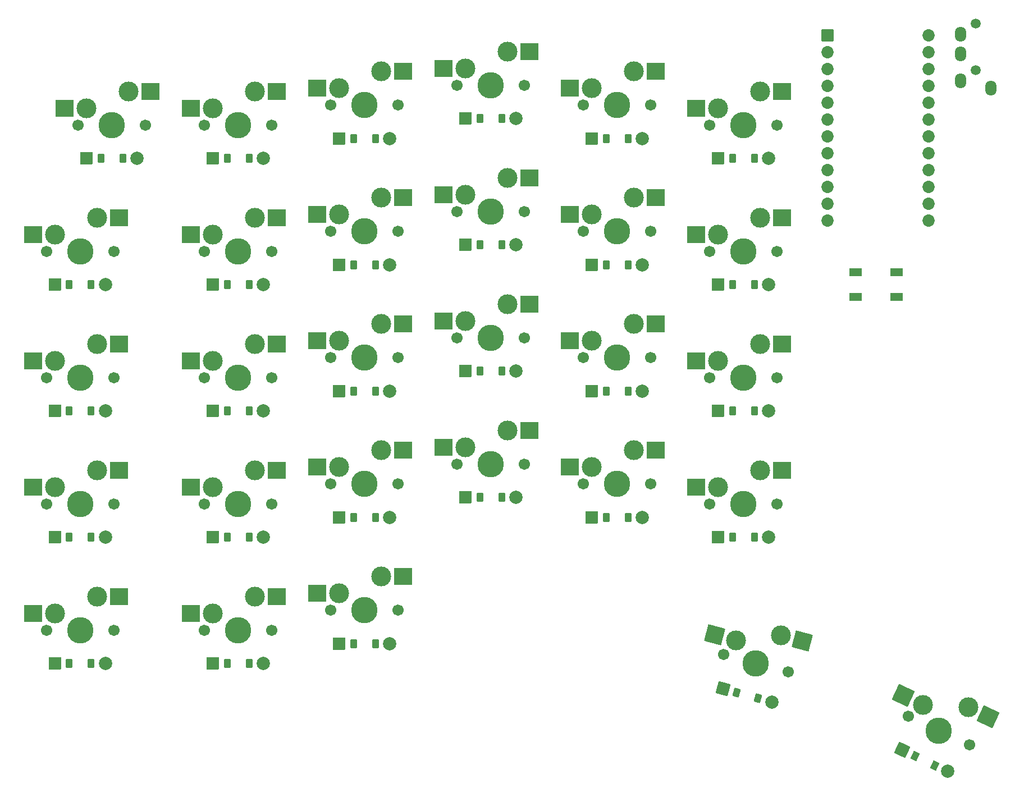
<source format=gbr>
%TF.GenerationSoftware,KiCad,Pcbnew,7.0.2-6a45011f42~172~ubuntu22.04.1*%
%TF.CreationDate,2023-05-03T20:51:48-04:00*%
%TF.ProjectId,left,6c656674-2e6b-4696-9361-645f70636258,v1.0.0*%
%TF.SameCoordinates,Original*%
%TF.FileFunction,Soldermask,Bot*%
%TF.FilePolarity,Negative*%
%FSLAX46Y46*%
G04 Gerber Fmt 4.6, Leading zero omitted, Abs format (unit mm)*
G04 Created by KiCad (PCBNEW 7.0.2-6a45011f42~172~ubuntu22.04.1) date 2023-05-03 20:51:48*
%MOMM*%
%LPD*%
G01*
G04 APERTURE LIST*
G04 Aperture macros list*
%AMRoundRect*
0 Rectangle with rounded corners*
0 $1 Rounding radius*
0 $2 $3 $4 $5 $6 $7 $8 $9 X,Y pos of 4 corners*
0 Add a 4 corners polygon primitive as box body*
4,1,4,$2,$3,$4,$5,$6,$7,$8,$9,$2,$3,0*
0 Add four circle primitives for the rounded corners*
1,1,$1+$1,$2,$3*
1,1,$1+$1,$4,$5*
1,1,$1+$1,$6,$7*
1,1,$1+$1,$8,$9*
0 Add four rect primitives between the rounded corners*
20,1,$1+$1,$2,$3,$4,$5,0*
20,1,$1+$1,$4,$5,$6,$7,0*
20,1,$1+$1,$6,$7,$8,$9,0*
20,1,$1+$1,$8,$9,$2,$3,0*%
G04 Aperture macros list end*
%ADD10C,3.987800*%
%ADD11C,1.701800*%
%ADD12C,3.000000*%
%ADD13RoundRect,0.050000X-1.555079X-0.877413X0.908032X-1.537402X1.555079X0.877413X-0.908032X1.537402X0*%
%ADD14RoundRect,0.050000X-1.683815X-0.594046X0.627270X-1.671723X1.683815X0.594046X-0.627270X1.671723X0*%
%ADD15RoundRect,0.050000X-0.661409X-0.353606X0.154268X-0.733963X0.661409X0.353606X-0.154268X0.733963X0*%
%ADD16RoundRect,0.050000X-1.181415X-0.430000X0.430000X-1.181415X1.181415X0.430000X-0.430000X1.181415X0*%
%ADD17C,2.005000*%
%ADD18RoundRect,0.050000X-1.275000X-1.250000X1.275000X-1.250000X1.275000X1.250000X-1.275000X1.250000X0*%
%ADD19RoundRect,0.050000X-0.450000X-0.600000X0.450000X-0.600000X0.450000X0.600000X-0.450000X0.600000X0*%
%ADD20RoundRect,0.050000X-0.889000X-0.889000X0.889000X-0.889000X0.889000X0.889000X-0.889000X0.889000X0*%
%ADD21RoundRect,0.050000X-0.589958X-0.463087X0.279375X-0.696024X0.589958X0.463087X-0.279375X0.696024X0*%
%ADD22RoundRect,0.050000X-1.088798X-0.628618X0.628618X-1.088798X1.088798X0.628618X-0.628618X1.088798X0*%
%ADD23C,1.852600*%
%ADD24RoundRect,0.050000X-0.876300X0.876300X-0.876300X-0.876300X0.876300X-0.876300X0.876300X0.876300X0*%
%ADD25RoundRect,0.050000X0.900000X0.550000X-0.900000X0.550000X-0.900000X-0.550000X0.900000X-0.550000X0*%
%ADD26O,1.700000X2.300000*%
%ADD27C,1.500000*%
G04 APERTURE END LIST*
D10*
%TO.C,S28*%
X147150000Y-131200000D03*
D11*
X152056903Y-132514801D03*
X142243097Y-129885199D03*
D12*
X150918252Y-126950497D03*
X144127223Y-127760448D03*
D13*
X140963816Y-126912815D03*
X154107739Y-127805118D03*
%TD*%
D14*
%TO.C,S29*%
X182178590Y-139212427D03*
X169389299Y-136051263D03*
D12*
X172357457Y-137435338D03*
X179185962Y-137816942D03*
D11*
X170132995Y-139200634D03*
X179341083Y-143494436D03*
D10*
X174737039Y-141347535D03*
%TD*%
D15*
%TO.C,D29*%
X174119356Y-146576394D03*
X171128540Y-145181754D03*
D16*
X169170915Y-144268898D03*
D17*
X176076981Y-147489250D03*
%TD*%
D10*
%TO.C,S1*%
X45237500Y-126200000D03*
D11*
X50317500Y-126200000D03*
X40157500Y-126200000D03*
D12*
X47777500Y-121120000D03*
X41427500Y-123660000D03*
D18*
X38152500Y-123660000D03*
X51079500Y-121120000D03*
%TD*%
%TO.C,S2*%
X51079500Y-102070000D03*
X38152500Y-104610000D03*
D12*
X41427500Y-104610000D03*
X47777500Y-102070000D03*
D11*
X40157500Y-107150000D03*
X50317500Y-107150000D03*
D10*
X45237500Y-107150000D03*
%TD*%
D18*
%TO.C,S3*%
X51079500Y-83020000D03*
X38152500Y-85560000D03*
D12*
X41427500Y-85560000D03*
X47777500Y-83020000D03*
D11*
X40157500Y-88100000D03*
X50317500Y-88100000D03*
D10*
X45237500Y-88100000D03*
%TD*%
D18*
%TO.C,S4*%
X51079500Y-63970000D03*
X38152500Y-66510000D03*
D12*
X41427500Y-66510000D03*
X47777500Y-63970000D03*
D11*
X40157500Y-69050000D03*
X50317500Y-69050000D03*
D10*
X45237500Y-69050000D03*
%TD*%
D18*
%TO.C,S5*%
X55842000Y-44920000D03*
X42915000Y-47460000D03*
D12*
X46190000Y-47460000D03*
X52540000Y-44920000D03*
D11*
X44920000Y-50000000D03*
X55080000Y-50000000D03*
D10*
X50000000Y-50000000D03*
%TD*%
%TO.C,S6*%
X69050000Y-126200000D03*
D11*
X74130000Y-126200000D03*
X63970000Y-126200000D03*
D12*
X71590000Y-121120000D03*
X65240000Y-123660000D03*
D18*
X61965000Y-123660000D03*
X74892000Y-121120000D03*
%TD*%
%TO.C,S7*%
X74892000Y-102070000D03*
X61965000Y-104610000D03*
D12*
X65240000Y-104610000D03*
X71590000Y-102070000D03*
D11*
X63970000Y-107150000D03*
X74130000Y-107150000D03*
D10*
X69050000Y-107150000D03*
%TD*%
%TO.C,S8*%
X69050000Y-88100000D03*
D11*
X74130000Y-88100000D03*
X63970000Y-88100000D03*
D12*
X71590000Y-83020000D03*
X65240000Y-85560000D03*
D18*
X61965000Y-85560000D03*
X74892000Y-83020000D03*
%TD*%
D10*
%TO.C,S9*%
X69050000Y-69050000D03*
D11*
X74130000Y-69050000D03*
X63970000Y-69050000D03*
D12*
X71590000Y-63970000D03*
X65240000Y-66510000D03*
D18*
X61965000Y-66510000D03*
X74892000Y-63970000D03*
%TD*%
%TO.C,S10*%
X74892000Y-44920000D03*
X61965000Y-47460000D03*
D12*
X65240000Y-47460000D03*
X71590000Y-44920000D03*
D11*
X63970000Y-50000000D03*
X74130000Y-50000000D03*
D10*
X69050000Y-50000000D03*
%TD*%
%TO.C,S11*%
X88100000Y-123200000D03*
D11*
X93180000Y-123200000D03*
X83020000Y-123200000D03*
D12*
X90640000Y-118120000D03*
X84290000Y-120660000D03*
D18*
X81015000Y-120660000D03*
X93942000Y-118120000D03*
%TD*%
D10*
%TO.C,S12*%
X88100000Y-104150000D03*
D11*
X93180000Y-104150000D03*
X83020000Y-104150000D03*
D12*
X90640000Y-99070000D03*
X84290000Y-101610000D03*
D18*
X81015000Y-101610000D03*
X93942000Y-99070000D03*
%TD*%
D10*
%TO.C,S13*%
X88100000Y-85100000D03*
D11*
X93180000Y-85100000D03*
X83020000Y-85100000D03*
D12*
X90640000Y-80020000D03*
X84290000Y-82560000D03*
D18*
X81015000Y-82560000D03*
X93942000Y-80020000D03*
%TD*%
D10*
%TO.C,S14*%
X88100000Y-66050000D03*
D11*
X93180000Y-66050000D03*
X83020000Y-66050000D03*
D12*
X90640000Y-60970000D03*
X84290000Y-63510000D03*
D18*
X81015000Y-63510000D03*
X93942000Y-60970000D03*
%TD*%
D10*
%TO.C,S15*%
X88100000Y-47000000D03*
D11*
X93180000Y-47000000D03*
X83020000Y-47000000D03*
D12*
X90640000Y-41920000D03*
X84290000Y-44460000D03*
D18*
X81015000Y-44460000D03*
X93942000Y-41920000D03*
%TD*%
%TO.C,S16*%
X112992000Y-96070000D03*
X100065000Y-98610000D03*
D12*
X103340000Y-98610000D03*
X109690000Y-96070000D03*
D11*
X102070000Y-101150000D03*
X112230000Y-101150000D03*
D10*
X107150000Y-101150000D03*
%TD*%
%TO.C,S17*%
X107150000Y-82100000D03*
D11*
X112230000Y-82100000D03*
X102070000Y-82100000D03*
D12*
X109690000Y-77020000D03*
X103340000Y-79560000D03*
D18*
X100065000Y-79560000D03*
X112992000Y-77020000D03*
%TD*%
D10*
%TO.C,S18*%
X107150000Y-63050000D03*
D11*
X112230000Y-63050000D03*
X102070000Y-63050000D03*
D12*
X109690000Y-57970000D03*
X103340000Y-60510000D03*
D18*
X100065000Y-60510000D03*
X112992000Y-57970000D03*
%TD*%
D10*
%TO.C,S19*%
X107150000Y-44000000D03*
D11*
X112230000Y-44000000D03*
X102070000Y-44000000D03*
D12*
X109690000Y-38920000D03*
X103340000Y-41460000D03*
D18*
X100065000Y-41460000D03*
X112992000Y-38920000D03*
%TD*%
%TO.C,S20*%
X132042000Y-99070000D03*
X119115000Y-101610000D03*
D12*
X122390000Y-101610000D03*
X128740000Y-99070000D03*
D11*
X121120000Y-104150000D03*
X131280000Y-104150000D03*
D10*
X126200000Y-104150000D03*
%TD*%
%TO.C,S21*%
X126200000Y-85100000D03*
D11*
X131280000Y-85100000D03*
X121120000Y-85100000D03*
D12*
X128740000Y-80020000D03*
X122390000Y-82560000D03*
D18*
X119115000Y-82560000D03*
X132042000Y-80020000D03*
%TD*%
%TO.C,S22*%
X132042000Y-60970000D03*
X119115000Y-63510000D03*
D12*
X122390000Y-63510000D03*
X128740000Y-60970000D03*
D11*
X121120000Y-66050000D03*
X131280000Y-66050000D03*
D10*
X126200000Y-66050000D03*
%TD*%
%TO.C,S23*%
X126200000Y-47000000D03*
D11*
X131280000Y-47000000D03*
X121120000Y-47000000D03*
D12*
X128740000Y-41920000D03*
X122390000Y-44460000D03*
D18*
X119115000Y-44460000D03*
X132042000Y-41920000D03*
%TD*%
D10*
%TO.C,S24*%
X145250000Y-107150000D03*
D11*
X150330000Y-107150000D03*
X140170000Y-107150000D03*
D12*
X147790000Y-102070000D03*
X141440000Y-104610000D03*
D18*
X138165000Y-104610000D03*
X151092000Y-102070000D03*
%TD*%
D10*
%TO.C,S25*%
X145250000Y-88100000D03*
D11*
X150330000Y-88100000D03*
X140170000Y-88100000D03*
D12*
X147790000Y-83020000D03*
X141440000Y-85560000D03*
D18*
X138165000Y-85560000D03*
X151092000Y-83020000D03*
%TD*%
D10*
%TO.C,S26*%
X145250000Y-69050000D03*
D11*
X150330000Y-69050000D03*
X140170000Y-69050000D03*
D12*
X147790000Y-63970000D03*
X141440000Y-66510000D03*
D18*
X138165000Y-66510000D03*
X151092000Y-63970000D03*
%TD*%
D10*
%TO.C,S27*%
X145250000Y-50000000D03*
D11*
X150330000Y-50000000D03*
X140170000Y-50000000D03*
D12*
X147790000Y-44920000D03*
X141440000Y-47460000D03*
D18*
X138165000Y-47460000D03*
X151092000Y-44920000D03*
%TD*%
D19*
%TO.C,D1*%
X46887500Y-131200000D03*
X43587500Y-131200000D03*
D20*
X41427500Y-131200000D03*
D17*
X49047500Y-131200000D03*
%TD*%
D19*
%TO.C,D2*%
X46887500Y-112150000D03*
X43587500Y-112150000D03*
D20*
X41427500Y-112150000D03*
D17*
X49047500Y-112150000D03*
%TD*%
D19*
%TO.C,D3*%
X46887500Y-93100000D03*
X43587500Y-93100000D03*
D20*
X41427500Y-93100000D03*
D17*
X49047500Y-93100000D03*
%TD*%
D19*
%TO.C,D4*%
X46887500Y-74050000D03*
X43587500Y-74050000D03*
D20*
X41427500Y-74050000D03*
D17*
X49047500Y-74050000D03*
%TD*%
D19*
%TO.C,D5*%
X51650000Y-55000000D03*
X48350000Y-55000000D03*
D20*
X46190000Y-55000000D03*
D17*
X53810000Y-55000000D03*
%TD*%
D19*
%TO.C,D6*%
X70700000Y-131200000D03*
X67400000Y-131200000D03*
D20*
X65240000Y-131200000D03*
D17*
X72860000Y-131200000D03*
%TD*%
D19*
%TO.C,D7*%
X70700000Y-112150000D03*
X67400000Y-112150000D03*
D20*
X65240000Y-112150000D03*
D17*
X72860000Y-112150000D03*
%TD*%
D19*
%TO.C,D8*%
X70700000Y-93100000D03*
X67400000Y-93100000D03*
D20*
X65240000Y-93100000D03*
D17*
X72860000Y-93100000D03*
%TD*%
D19*
%TO.C,D9*%
X70700000Y-74050000D03*
X67400000Y-74050000D03*
D20*
X65240000Y-74050000D03*
D17*
X72860000Y-74050000D03*
%TD*%
D19*
%TO.C,D10*%
X70700000Y-55000000D03*
X67400000Y-55000000D03*
D20*
X65240000Y-55000000D03*
D17*
X72860000Y-55000000D03*
%TD*%
D19*
%TO.C,D11*%
X89750000Y-128200000D03*
X86450000Y-128200000D03*
D20*
X84290000Y-128200000D03*
D17*
X91910000Y-128200000D03*
%TD*%
D19*
%TO.C,D12*%
X89750000Y-109150000D03*
X86450000Y-109150000D03*
D20*
X84290000Y-109150000D03*
D17*
X91910000Y-109150000D03*
%TD*%
D19*
%TO.C,D13*%
X89750000Y-90100000D03*
X86450000Y-90100000D03*
D20*
X84290000Y-90100000D03*
D17*
X91910000Y-90100000D03*
%TD*%
D19*
%TO.C,D14*%
X89750000Y-71050000D03*
X86450000Y-71050000D03*
D20*
X84290000Y-71050000D03*
D17*
X91910000Y-71050000D03*
%TD*%
D19*
%TO.C,D15*%
X89750000Y-52000000D03*
X86450000Y-52000000D03*
D20*
X84290000Y-52000000D03*
D17*
X91910000Y-52000000D03*
%TD*%
D19*
%TO.C,D16*%
X108800000Y-106150000D03*
X105500000Y-106150000D03*
D20*
X103340000Y-106150000D03*
D17*
X110960000Y-106150000D03*
%TD*%
D19*
%TO.C,D17*%
X108800000Y-87100000D03*
X105500000Y-87100000D03*
D20*
X103340000Y-87100000D03*
D17*
X110960000Y-87100000D03*
%TD*%
D19*
%TO.C,D18*%
X108800000Y-68050000D03*
X105500000Y-68050000D03*
D20*
X103340000Y-68050000D03*
D17*
X110960000Y-68050000D03*
%TD*%
D19*
%TO.C,D19*%
X108800000Y-49000000D03*
X105500000Y-49000000D03*
D20*
X103340000Y-49000000D03*
D17*
X110960000Y-49000000D03*
%TD*%
D19*
%TO.C,D20*%
X127850000Y-109150000D03*
X124550000Y-109150000D03*
D20*
X122390000Y-109150000D03*
D17*
X130010000Y-109150000D03*
%TD*%
D19*
%TO.C,D21*%
X127850000Y-90100000D03*
X124550000Y-90100000D03*
D20*
X122390000Y-90100000D03*
D17*
X130010000Y-90100000D03*
%TD*%
%TO.C,D22*%
X130010000Y-71050000D03*
D20*
X122390000Y-71050000D03*
D19*
X124550000Y-71050000D03*
X127850000Y-71050000D03*
%TD*%
%TO.C,D23*%
X127850000Y-52000000D03*
X124550000Y-52000000D03*
D20*
X122390000Y-52000000D03*
D17*
X130010000Y-52000000D03*
%TD*%
D19*
%TO.C,D24*%
X146900000Y-112150000D03*
X143600000Y-112150000D03*
D20*
X141440000Y-112150000D03*
D17*
X149060000Y-112150000D03*
%TD*%
D19*
%TO.C,D25*%
X146900000Y-93100000D03*
X143600000Y-93100000D03*
D20*
X141440000Y-93100000D03*
D17*
X149060000Y-93100000D03*
%TD*%
D19*
%TO.C,D26*%
X146900000Y-74050000D03*
X143600000Y-74050000D03*
D20*
X141440000Y-74050000D03*
D17*
X149060000Y-74050000D03*
%TD*%
D19*
%TO.C,D27*%
X146900000Y-55000000D03*
X143600000Y-55000000D03*
D20*
X141440000Y-55000000D03*
D17*
X149060000Y-55000000D03*
%TD*%
D21*
%TO.C,D28*%
X147449683Y-136456680D03*
X144262127Y-135602578D03*
D22*
X142175728Y-135043528D03*
D17*
X149536082Y-137015730D03*
%TD*%
D23*
%TO.C,MCU1*%
X173185000Y-64370000D03*
X173185000Y-61830000D03*
X173185000Y-59290000D03*
X173185000Y-56750000D03*
X173185000Y-54210000D03*
X173185000Y-51670000D03*
X173185000Y-49130000D03*
X173185000Y-46590000D03*
X173185000Y-44050000D03*
X173185000Y-41510000D03*
X173185000Y-38970000D03*
X173185000Y-36430000D03*
X157945000Y-64370000D03*
X157945000Y-61830000D03*
X157945000Y-59290000D03*
X157945000Y-56750000D03*
X157945000Y-54210000D03*
X157945000Y-51670000D03*
X157945000Y-49130000D03*
X157945000Y-46590000D03*
X157945000Y-44050000D03*
X157945000Y-41510000D03*
X157945000Y-38970000D03*
D24*
X157945000Y-36430000D03*
%TD*%
D25*
%TO.C,B1*%
X162200000Y-75900000D03*
X168400000Y-75900000D03*
X162200000Y-72200000D03*
X168400000Y-72200000D03*
%TD*%
D26*
%TO.C,TRRS1*%
X178000000Y-36287500D03*
X178000000Y-39287500D03*
X178000000Y-43287500D03*
X182600000Y-44387500D03*
D27*
X180300000Y-34687500D03*
X180300000Y-41687500D03*
%TD*%
M02*

</source>
